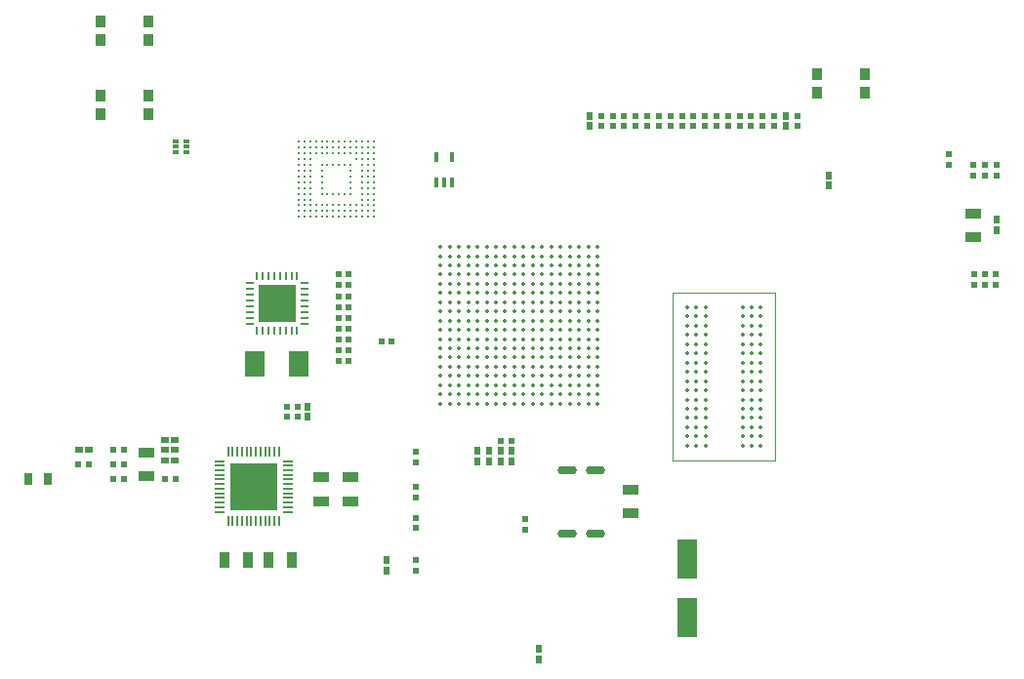
<source format=gtp>
G04*
G04 #@! TF.GenerationSoftware,Altium Limited,Altium Designer,19.1.9 (167)*
G04*
G04 Layer_Color=8421504*
%FSLAX25Y25*%
%MOIN*%
G70*
G01*
G75*
%ADD11C,0.00100*%
%ADD16R,0.07087X0.13583*%
%ADD17C,0.01400*%
%ADD18O,0.00945X0.02717*%
%ADD19O,0.02717X0.00945*%
%ADD20R,0.12598X0.12598*%
%ADD21C,0.01000*%
%ADD22R,0.02000X0.02500*%
%ADD23R,0.07000X0.08500*%
%ADD24O,0.06693X0.02953*%
%ADD25R,0.03500X0.04000*%
%ADD26R,0.02165X0.02165*%
%ADD27R,0.02165X0.02165*%
%ADD28R,0.02000X0.01200*%
%ADD29R,0.01378X0.03347*%
%ADD30O,0.03347X0.00787*%
%ADD31O,0.00787X0.03347*%
%ADD32R,0.15945X0.15945*%
%ADD33R,0.03000X0.04000*%
%ADD34R,0.05709X0.03543*%
%ADD35R,0.02500X0.02000*%
%ADD36R,0.03543X0.05709*%
D11*
X234034Y76926D02*
Y134176D01*
X269234D01*
Y76926D02*
Y134176D01*
X234034Y76926D02*
X269234D01*
D16*
X239200Y23061D02*
D03*
Y43139D02*
D03*
D17*
X264234Y100826D02*
D03*
X257934D02*
D03*
X242184Y97676D02*
D03*
X245334Y103976D02*
D03*
Y100826D02*
D03*
Y97676D02*
D03*
Y110276D02*
D03*
X257934Y126026D02*
D03*
X261084Y91376D02*
D03*
X245334Y119726D02*
D03*
Y91376D02*
D03*
X257934Y116576D02*
D03*
Y88226D02*
D03*
X245334D02*
D03*
X242184Y91376D02*
D03*
X261084Y88226D02*
D03*
X242184D02*
D03*
X261084Y85076D02*
D03*
X242184D02*
D03*
X261084Y81926D02*
D03*
X245334Y85076D02*
D03*
X257934Y97676D02*
D03*
Y85076D02*
D03*
Y91376D02*
D03*
X245334Y81926D02*
D03*
X261084Y116576D02*
D03*
Y119726D02*
D03*
X264234Y126026D02*
D03*
Y129176D02*
D03*
X242184Y116576D02*
D03*
X239034Y119726D02*
D03*
Y126026D02*
D03*
X245334D02*
D03*
X261084Y103976D02*
D03*
Y110276D02*
D03*
X264234D02*
D03*
Y113426D02*
D03*
X242184Y103976D02*
D03*
X239034Y110276D02*
D03*
Y116576D02*
D03*
X264234Y81926D02*
D03*
Y88226D02*
D03*
Y94526D02*
D03*
X239034Y81926D02*
D03*
Y88226D02*
D03*
Y94526D02*
D03*
Y100826D02*
D03*
X257934Y103976D02*
D03*
X242184Y94526D02*
D03*
X245334D02*
D03*
Y113426D02*
D03*
X257934Y122876D02*
D03*
X245334Y107126D02*
D03*
X257934D02*
D03*
X242184Y110276D02*
D03*
X261084Y107126D02*
D03*
X257934Y113426D02*
D03*
X242184D02*
D03*
X261084D02*
D03*
X245334Y116576D02*
D03*
X261084Y126026D02*
D03*
X242184Y122876D02*
D03*
X261084D02*
D03*
X245334D02*
D03*
Y129176D02*
D03*
X257934D02*
D03*
Y119726D02*
D03*
X242184Y129176D02*
D03*
Y81926D02*
D03*
X264234Y97676D02*
D03*
X239034D02*
D03*
X264234Y103976D02*
D03*
X239034D02*
D03*
X257934Y81926D02*
D03*
X261084Y97676D02*
D03*
Y129176D02*
D03*
X264234Y122876D02*
D03*
Y116576D02*
D03*
Y119726D02*
D03*
X239034Y122876D02*
D03*
Y129176D02*
D03*
X242184Y119726D02*
D03*
Y126026D02*
D03*
X264234Y107126D02*
D03*
X261084Y100826D02*
D03*
X257934Y110276D02*
D03*
X239034Y113426D02*
D03*
X242184Y100826D02*
D03*
Y107126D02*
D03*
X264234Y85076D02*
D03*
Y91376D02*
D03*
X239034Y85076D02*
D03*
Y91376D02*
D03*
Y107126D02*
D03*
X261084Y94526D02*
D03*
X257934D02*
D03*
X208405Y96280D02*
D03*
X205256D02*
D03*
X202106D02*
D03*
X198957D02*
D03*
X195807D02*
D03*
X192657D02*
D03*
X189508D02*
D03*
X186358Y96280D02*
D03*
X183209Y96280D02*
D03*
X180059D02*
D03*
X176909D02*
D03*
X173760D02*
D03*
X170610D02*
D03*
X167461Y96280D02*
D03*
X164311D02*
D03*
X161161Y96280D02*
D03*
X158012D02*
D03*
X154862D02*
D03*
X208405Y99429D02*
D03*
X205256D02*
D03*
X202106D02*
D03*
X198957D02*
D03*
X195807D02*
D03*
X192657D02*
D03*
X189508D02*
D03*
X186358D02*
D03*
X183209D02*
D03*
X180059D02*
D03*
X176909D02*
D03*
X173760D02*
D03*
X170610D02*
D03*
X167461D02*
D03*
X164311D02*
D03*
X161161D02*
D03*
X158012D02*
D03*
X154862D02*
D03*
X208405Y102579D02*
D03*
X205256D02*
D03*
X202106D02*
D03*
X198957D02*
D03*
X195807D02*
D03*
X192657D02*
D03*
X189508D02*
D03*
X186358D02*
D03*
X183209D02*
D03*
X180059D02*
D03*
X176909D02*
D03*
X173760D02*
D03*
X170610D02*
D03*
X167461D02*
D03*
X164311D02*
D03*
X161161D02*
D03*
X158012D02*
D03*
X154862D02*
D03*
X208405Y105728D02*
D03*
X205256D02*
D03*
X202106D02*
D03*
X198957D02*
D03*
X195807D02*
D03*
X192657D02*
D03*
X189508D02*
D03*
X186358D02*
D03*
X183209D02*
D03*
X180059D02*
D03*
X176909Y105728D02*
D03*
X173760D02*
D03*
X170610Y105728D02*
D03*
X167461D02*
D03*
X164311D02*
D03*
X161161D02*
D03*
X158012Y105728D02*
D03*
X154862D02*
D03*
X208405Y108878D02*
D03*
X205256D02*
D03*
X202106D02*
D03*
X198957D02*
D03*
X195807D02*
D03*
X192657D02*
D03*
X189508D02*
D03*
X186358D02*
D03*
X183209D02*
D03*
X180059D02*
D03*
X176909Y108878D02*
D03*
X173760Y108878D02*
D03*
X170610D02*
D03*
X167461D02*
D03*
X164311D02*
D03*
X161161D02*
D03*
X158012D02*
D03*
X154862Y108878D02*
D03*
X208405Y112028D02*
D03*
X205256D02*
D03*
X202106D02*
D03*
X198957D02*
D03*
X195807D02*
D03*
X192657D02*
D03*
X189508D02*
D03*
X186358D02*
D03*
X183209D02*
D03*
X180059D02*
D03*
X176909D02*
D03*
X173760D02*
D03*
X170610D02*
D03*
X167461D02*
D03*
X164311D02*
D03*
X161161D02*
D03*
X158012D02*
D03*
X154862D02*
D03*
X208405Y115177D02*
D03*
X205256D02*
D03*
X202106D02*
D03*
X198957D02*
D03*
X195807D02*
D03*
X192657D02*
D03*
X189508D02*
D03*
X186358Y115177D02*
D03*
X183209D02*
D03*
X180059Y115177D02*
D03*
X176909D02*
D03*
X173760D02*
D03*
X170610D02*
D03*
X167461Y115177D02*
D03*
X164311D02*
D03*
X161161Y115177D02*
D03*
X158012D02*
D03*
X154862D02*
D03*
X208405Y118327D02*
D03*
X205256D02*
D03*
X202106D02*
D03*
X198957D02*
D03*
X195807D02*
D03*
X192657D02*
D03*
X189508D02*
D03*
X186358D02*
D03*
X183209D02*
D03*
X180059D02*
D03*
X176909D02*
D03*
X173760D02*
D03*
X170610D02*
D03*
X167461D02*
D03*
X164311D02*
D03*
X161161D02*
D03*
X158012D02*
D03*
X154862D02*
D03*
X208405Y121476D02*
D03*
X205256D02*
D03*
X202106D02*
D03*
X198957D02*
D03*
X195807D02*
D03*
X192657D02*
D03*
X189508D02*
D03*
X186358D02*
D03*
X183209D02*
D03*
X180059D02*
D03*
X176909D02*
D03*
X173760D02*
D03*
X170610D02*
D03*
X167461D02*
D03*
X164311D02*
D03*
X161161D02*
D03*
X158012D02*
D03*
X154862D02*
D03*
X208405Y124626D02*
D03*
X205256D02*
D03*
X202106D02*
D03*
X198957D02*
D03*
X195807D02*
D03*
X192657D02*
D03*
X189508D02*
D03*
X186358D02*
D03*
X183209D02*
D03*
X180059D02*
D03*
X176909D02*
D03*
X173760D02*
D03*
X170610D02*
D03*
X167461D02*
D03*
X164311D02*
D03*
X161161D02*
D03*
X158012D02*
D03*
X154862D02*
D03*
X208405Y127776D02*
D03*
X205256D02*
D03*
X202106D02*
D03*
X198957D02*
D03*
X195807D02*
D03*
X192657D02*
D03*
X189508D02*
D03*
X186358D02*
D03*
X183209D02*
D03*
X180059D02*
D03*
X176909D02*
D03*
X173760D02*
D03*
X170610D02*
D03*
X167461D02*
D03*
X164311D02*
D03*
X161161D02*
D03*
X158012D02*
D03*
X154862D02*
D03*
X208405Y130925D02*
D03*
X205256D02*
D03*
X202106D02*
D03*
X198957D02*
D03*
X195807D02*
D03*
X192657D02*
D03*
X189508D02*
D03*
X186358D02*
D03*
X183209D02*
D03*
X180059D02*
D03*
X176909D02*
D03*
X173760D02*
D03*
X170610D02*
D03*
X167461D02*
D03*
X164311D02*
D03*
X161161D02*
D03*
X158012D02*
D03*
X154862D02*
D03*
X208405Y134075D02*
D03*
X205256D02*
D03*
X202106D02*
D03*
X198957D02*
D03*
X195807D02*
D03*
X192657D02*
D03*
X189508D02*
D03*
X186358D02*
D03*
X183209D02*
D03*
X180059D02*
D03*
X176909D02*
D03*
X173760D02*
D03*
X170610D02*
D03*
X167461D02*
D03*
X164311D02*
D03*
X161161D02*
D03*
X158012D02*
D03*
X154862D02*
D03*
X208405Y137224D02*
D03*
X205256D02*
D03*
X202106D02*
D03*
X198957D02*
D03*
X195807D02*
D03*
X192657D02*
D03*
X189508D02*
D03*
X186358D02*
D03*
X183209D02*
D03*
X180059D02*
D03*
X176909D02*
D03*
X173760D02*
D03*
X170610D02*
D03*
X167461D02*
D03*
X164311D02*
D03*
X161161D02*
D03*
X158012D02*
D03*
X154862D02*
D03*
X208405Y140374D02*
D03*
X205256D02*
D03*
X202106D02*
D03*
X198957D02*
D03*
X195807D02*
D03*
X192657D02*
D03*
X189508D02*
D03*
X186358D02*
D03*
X183209D02*
D03*
X180059D02*
D03*
X176909D02*
D03*
X173760D02*
D03*
X170610D02*
D03*
X167461D02*
D03*
X164311D02*
D03*
X161161D02*
D03*
X158012D02*
D03*
X154862D02*
D03*
X208405Y143524D02*
D03*
X205256D02*
D03*
X202106D02*
D03*
X198957D02*
D03*
X195807D02*
D03*
X192657D02*
D03*
X189508D02*
D03*
X186358D02*
D03*
X183209D02*
D03*
X180059D02*
D03*
X176909Y143524D02*
D03*
X173760D02*
D03*
X170610Y143524D02*
D03*
X167461D02*
D03*
X164311D02*
D03*
X161161D02*
D03*
X158012Y143524D02*
D03*
X154862D02*
D03*
X208405Y146673D02*
D03*
X205256D02*
D03*
X202106D02*
D03*
X198957D02*
D03*
X195807D02*
D03*
X192657Y146673D02*
D03*
X189508Y146673D02*
D03*
X186358D02*
D03*
X183209D02*
D03*
X180059D02*
D03*
X176909Y146673D02*
D03*
X173760D02*
D03*
X170610D02*
D03*
X167461Y146673D02*
D03*
X164311D02*
D03*
X161161Y146673D02*
D03*
X158012D02*
D03*
X154862D02*
D03*
X208405Y149823D02*
D03*
X205256D02*
D03*
X202106D02*
D03*
X198957D02*
D03*
X195807D02*
D03*
X192657D02*
D03*
X189508D02*
D03*
X186358D02*
D03*
X183209D02*
D03*
X180059D02*
D03*
X176909D02*
D03*
X173760D02*
D03*
X170610D02*
D03*
X167461D02*
D03*
X164311D02*
D03*
X161161D02*
D03*
X158012D02*
D03*
X154862D02*
D03*
D18*
X92110Y121169D02*
D03*
X94079D02*
D03*
X96047D02*
D03*
X98016D02*
D03*
X99984D02*
D03*
X101953D02*
D03*
X103921D02*
D03*
X105890D02*
D03*
Y139831D02*
D03*
X103921D02*
D03*
X101953D02*
D03*
X99984D02*
D03*
X98016D02*
D03*
X96047D02*
D03*
X94079D02*
D03*
X92110D02*
D03*
D19*
X108331Y123610D02*
D03*
Y125579D02*
D03*
Y127547D02*
D03*
Y129516D02*
D03*
Y131484D02*
D03*
Y133453D02*
D03*
Y135421D02*
D03*
Y137390D02*
D03*
X89669D02*
D03*
Y135421D02*
D03*
Y133453D02*
D03*
Y131484D02*
D03*
Y129516D02*
D03*
Y127547D02*
D03*
Y125579D02*
D03*
Y123610D02*
D03*
D20*
X99000Y130500D02*
D03*
D21*
X124121Y185695D02*
D03*
Y167979D02*
D03*
X110342Y183727D02*
D03*
Y181758D02*
D03*
X106405Y162073D02*
D03*
Y164042D02*
D03*
Y166010D02*
D03*
X110342Y173884D02*
D03*
Y171916D02*
D03*
Y169947D02*
D03*
Y167979D02*
D03*
Y166010D02*
D03*
X131995Y185695D02*
D03*
X110342Y164042D02*
D03*
Y162073D02*
D03*
Y160105D02*
D03*
X108373Y185695D02*
D03*
X106405Y167979D02*
D03*
X108373Y181758D02*
D03*
X106405Y160105D02*
D03*
X116247Y164042D02*
D03*
X108373Y173884D02*
D03*
Y171916D02*
D03*
X124121Y164042D02*
D03*
X108373Y169947D02*
D03*
X124121Y177821D02*
D03*
X108373Y175853D02*
D03*
X114279D02*
D03*
X124121Y162073D02*
D03*
Y160105D02*
D03*
X122153Y185695D02*
D03*
Y183727D02*
D03*
Y181758D02*
D03*
X131995Y169947D02*
D03*
X130027Y160105D02*
D03*
X124121Y183727D02*
D03*
X128058Y160105D02*
D03*
Y162073D02*
D03*
Y164042D02*
D03*
Y166010D02*
D03*
X122153Y167979D02*
D03*
X128058D02*
D03*
X122153Y164042D02*
D03*
Y162073D02*
D03*
Y160105D02*
D03*
X128058Y169947D02*
D03*
X124121Y181758D02*
D03*
X128058Y171916D02*
D03*
Y173884D02*
D03*
Y177821D02*
D03*
Y181758D02*
D03*
Y185695D02*
D03*
X126090Y160105D02*
D03*
Y162073D02*
D03*
Y164042D02*
D03*
Y179790D02*
D03*
Y181758D02*
D03*
X131995Y183727D02*
D03*
X120184Y164042D02*
D03*
Y162073D02*
D03*
Y160105D02*
D03*
X118216Y185695D02*
D03*
Y183727D02*
D03*
Y181758D02*
D03*
X126090Y183727D02*
D03*
X118216Y177821D02*
D03*
X126090Y185695D02*
D03*
X130027Y162073D02*
D03*
X131995Y175853D02*
D03*
X130027Y164042D02*
D03*
Y166010D02*
D03*
Y167979D02*
D03*
Y169947D02*
D03*
X118216Y164042D02*
D03*
Y162073D02*
D03*
Y160105D02*
D03*
X116247Y185695D02*
D03*
Y183727D02*
D03*
Y181758D02*
D03*
X131995Y173884D02*
D03*
X116247Y177821D02*
D03*
X106405Y171916D02*
D03*
Y169947D02*
D03*
Y173884D02*
D03*
Y183727D02*
D03*
Y185695D02*
D03*
X108373Y160105D02*
D03*
Y162073D02*
D03*
Y164042D02*
D03*
X116247Y162073D02*
D03*
X131995Y171916D02*
D03*
X116247Y160105D02*
D03*
X114279Y185695D02*
D03*
Y183727D02*
D03*
Y181758D02*
D03*
X130027Y171916D02*
D03*
X108373Y167979D02*
D03*
Y166010D02*
D03*
X114279Y173884D02*
D03*
X120184Y167979D02*
D03*
Y181758D02*
D03*
X124121Y171916D02*
D03*
X114279Y167979D02*
D03*
X120184Y183727D02*
D03*
X114279Y164042D02*
D03*
Y162073D02*
D03*
Y160105D02*
D03*
X112310Y185695D02*
D03*
Y183727D02*
D03*
Y181758D02*
D03*
X120184Y185695D02*
D03*
X130027Y173884D02*
D03*
X124121Y169947D02*
D03*
X130027Y185695D02*
D03*
X131995Y160105D02*
D03*
Y162073D02*
D03*
Y164042D02*
D03*
Y166010D02*
D03*
Y167979D02*
D03*
X112310Y164042D02*
D03*
Y162073D02*
D03*
Y160105D02*
D03*
X110342Y185695D02*
D03*
X128058Y179790D02*
D03*
X108373Y177821D02*
D03*
Y183727D02*
D03*
X120184Y177821D02*
D03*
X106405Y175853D02*
D03*
Y179790D02*
D03*
X124121Y173884D02*
D03*
X118216Y167979D02*
D03*
X114279Y171916D02*
D03*
X122153Y177821D02*
D03*
X124121Y175853D02*
D03*
X128058D02*
D03*
X108373Y179790D02*
D03*
X110342D02*
D03*
X106405Y177821D02*
D03*
Y181758D02*
D03*
X116247Y167979D02*
D03*
X114279Y169947D02*
D03*
X131995Y177821D02*
D03*
X130027Y183727D02*
D03*
X110342Y177821D02*
D03*
X131995Y181758D02*
D03*
Y179790D02*
D03*
X114279Y177821D02*
D03*
X128058Y183727D02*
D03*
X110342Y175853D02*
D03*
X130027Y181758D02*
D03*
Y179790D02*
D03*
Y177821D02*
D03*
Y175853D02*
D03*
D22*
X272700Y194646D02*
D03*
Y191181D02*
D03*
X205771Y194646D02*
D03*
Y191181D02*
D03*
X344600Y159132D02*
D03*
Y155668D02*
D03*
X188500Y12432D02*
D03*
Y8968D02*
D03*
X109500Y91768D02*
D03*
Y95232D02*
D03*
X179134Y76568D02*
D03*
Y80032D02*
D03*
X167323Y76567D02*
D03*
Y80032D02*
D03*
X175259Y76568D02*
D03*
Y80032D02*
D03*
X171260Y76568D02*
D03*
Y80032D02*
D03*
X136500Y39268D02*
D03*
Y42732D02*
D03*
X287323Y170835D02*
D03*
Y174300D02*
D03*
D23*
X91536Y109831D02*
D03*
X106496D02*
D03*
D24*
X207723Y51873D02*
D03*
Y73527D02*
D03*
X198077Y51873D02*
D03*
Y73527D02*
D03*
D25*
X283529Y202550D02*
D03*
X299671D02*
D03*
Y208850D02*
D03*
X283529D02*
D03*
X38779Y220472D02*
D03*
X54921D02*
D03*
Y226772D02*
D03*
X38779D02*
D03*
Y195275D02*
D03*
X54921D02*
D03*
Y201575D02*
D03*
X38779D02*
D03*
D26*
X328300Y177928D02*
D03*
Y181472D02*
D03*
X340737Y174228D02*
D03*
Y177772D02*
D03*
X337000Y140372D02*
D03*
Y136828D02*
D03*
X340737Y140372D02*
D03*
Y136828D02*
D03*
X344400Y140372D02*
D03*
Y136828D02*
D03*
X344800Y174228D02*
D03*
Y177772D02*
D03*
X336600Y174228D02*
D03*
Y177772D02*
D03*
X268763Y194685D02*
D03*
Y191142D02*
D03*
X264826Y194685D02*
D03*
Y191142D02*
D03*
X260889Y194685D02*
D03*
Y191142D02*
D03*
X256952Y194685D02*
D03*
Y191142D02*
D03*
X253015Y194685D02*
D03*
Y191142D02*
D03*
X249078Y194685D02*
D03*
Y191142D02*
D03*
X245141Y194685D02*
D03*
Y191142D02*
D03*
X241204Y194685D02*
D03*
Y191142D02*
D03*
X237267Y194685D02*
D03*
Y191142D02*
D03*
X233330Y194685D02*
D03*
Y191142D02*
D03*
X229393Y194685D02*
D03*
Y191142D02*
D03*
X217582Y194685D02*
D03*
Y191142D02*
D03*
X225456Y194685D02*
D03*
Y191142D02*
D03*
X221519Y194685D02*
D03*
Y191142D02*
D03*
X209708Y194685D02*
D03*
Y191142D02*
D03*
X213645Y194685D02*
D03*
Y191142D02*
D03*
X276637Y191142D02*
D03*
Y194685D02*
D03*
X146500Y79772D02*
D03*
Y76228D02*
D03*
X183800Y53228D02*
D03*
Y56772D02*
D03*
X146500Y39228D02*
D03*
Y42772D02*
D03*
Y67772D02*
D03*
Y64228D02*
D03*
Y57272D02*
D03*
Y53728D02*
D03*
X106000Y95272D02*
D03*
Y91728D02*
D03*
X102500Y95272D02*
D03*
Y91728D02*
D03*
D27*
X123472Y136700D02*
D03*
X119928D02*
D03*
X123472Y110800D02*
D03*
X119928D02*
D03*
X123472Y133000D02*
D03*
X119928D02*
D03*
X123472Y129300D02*
D03*
X119928D02*
D03*
X123472Y125600D02*
D03*
X119928D02*
D03*
X123472Y121900D02*
D03*
X119928D02*
D03*
X123472Y118200D02*
D03*
X119928D02*
D03*
X123472Y114500D02*
D03*
X119928D02*
D03*
X119928Y140400D02*
D03*
X123472D02*
D03*
X134628Y117500D02*
D03*
X138172D02*
D03*
X178972Y83500D02*
D03*
X175428D02*
D03*
X34772Y75500D02*
D03*
X31228D02*
D03*
X43228D02*
D03*
X46772D02*
D03*
X60728Y70500D02*
D03*
X64272D02*
D03*
X43228D02*
D03*
X46772D02*
D03*
X43228Y80500D02*
D03*
X46772D02*
D03*
D28*
X64544Y182064D02*
D03*
Y186000D02*
D03*
Y184032D02*
D03*
X68000D02*
D03*
Y182064D02*
D03*
Y186000D02*
D03*
D29*
X153541Y180431D02*
D03*
X158659D02*
D03*
Y171769D02*
D03*
X156100D02*
D03*
X153541D02*
D03*
D30*
X79287Y76661D02*
D03*
Y75087D02*
D03*
Y73512D02*
D03*
Y71937D02*
D03*
Y70362D02*
D03*
Y68787D02*
D03*
Y67213D02*
D03*
Y65638D02*
D03*
Y64063D02*
D03*
Y62488D02*
D03*
Y60913D02*
D03*
Y59339D02*
D03*
X102713D02*
D03*
Y60913D02*
D03*
Y62488D02*
D03*
Y64063D02*
D03*
Y65638D02*
D03*
Y67213D02*
D03*
Y68787D02*
D03*
Y70362D02*
D03*
Y71937D02*
D03*
Y73512D02*
D03*
Y75087D02*
D03*
Y76661D02*
D03*
D31*
X82339Y56287D02*
D03*
X83913D02*
D03*
X85488D02*
D03*
X87063D02*
D03*
X88638D02*
D03*
X90213D02*
D03*
X91787D02*
D03*
X93362D02*
D03*
X94937D02*
D03*
X96512D02*
D03*
X98087D02*
D03*
X99661D02*
D03*
Y79713D02*
D03*
X98087D02*
D03*
X96512D02*
D03*
X94937D02*
D03*
X93362D02*
D03*
X91787D02*
D03*
X90213D02*
D03*
X88638D02*
D03*
X87063D02*
D03*
X85488D02*
D03*
X83913D02*
D03*
X82339D02*
D03*
D32*
X91000Y68000D02*
D03*
D33*
X14250Y70500D02*
D03*
X20750D02*
D03*
D34*
X336737Y161182D02*
D03*
Y153111D02*
D03*
X124000Y62965D02*
D03*
Y71035D02*
D03*
X219600Y66935D02*
D03*
Y58865D02*
D03*
X114000Y62965D02*
D03*
Y71035D02*
D03*
X54500Y79535D02*
D03*
Y71465D02*
D03*
D35*
X60768Y77000D02*
D03*
X64232D02*
D03*
X31268Y80500D02*
D03*
X34732D02*
D03*
X64232D02*
D03*
X60768D02*
D03*
X60768Y84000D02*
D03*
X64232D02*
D03*
D36*
X104035Y43000D02*
D03*
X95965D02*
D03*
X80965D02*
D03*
X89035D02*
D03*
M02*

</source>
